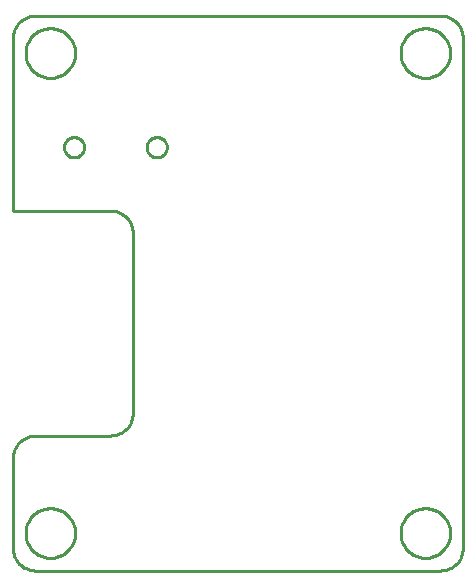
<source format=gbr>
G04 EAGLE Gerber RS-274X export*
G75*
%MOMM*%
%FSLAX34Y34*%
%LPD*%
%IN*%
%IPPOS*%
%AMOC8*
5,1,8,0,0,1.08239X$1,22.5*%
G01*
%ADD10C,0.254000*%


D10*
X0Y19050D02*
X73Y17390D01*
X289Y15742D01*
X649Y14120D01*
X1149Y12535D01*
X1785Y10999D01*
X2552Y9525D01*
X3445Y8123D01*
X4457Y6805D01*
X5580Y5580D01*
X6805Y4457D01*
X8123Y3445D01*
X9525Y2552D01*
X10999Y1785D01*
X12535Y1149D01*
X14120Y649D01*
X15742Y289D01*
X17390Y73D01*
X19050Y0D01*
X361950Y0D01*
X363610Y73D01*
X365258Y289D01*
X366881Y649D01*
X368465Y1149D01*
X370001Y1785D01*
X371475Y2552D01*
X372877Y3445D01*
X374195Y4457D01*
X375420Y5580D01*
X376543Y6805D01*
X377555Y8123D01*
X378448Y9525D01*
X379215Y10999D01*
X379851Y12535D01*
X380351Y14120D01*
X380711Y15742D01*
X380928Y17390D01*
X381000Y19050D01*
X381000Y450850D01*
X380928Y452510D01*
X380711Y454158D01*
X380351Y455781D01*
X379851Y457365D01*
X379215Y458901D01*
X378448Y460375D01*
X377555Y461777D01*
X376543Y463095D01*
X375420Y464320D01*
X374195Y465443D01*
X372877Y466455D01*
X371475Y467348D01*
X370001Y468115D01*
X368465Y468751D01*
X366881Y469251D01*
X365258Y469611D01*
X363610Y469828D01*
X361950Y469900D01*
X19050Y469900D01*
X17390Y469828D01*
X15742Y469611D01*
X14120Y469251D01*
X12535Y468751D01*
X10999Y468115D01*
X9525Y467348D01*
X8123Y466455D01*
X6805Y465443D01*
X5580Y464320D01*
X4457Y463095D01*
X3445Y461777D01*
X2552Y460375D01*
X1785Y458901D01*
X1149Y457365D01*
X649Y455781D01*
X289Y454158D01*
X73Y452510D01*
X0Y450850D01*
X0Y304800D01*
X82550Y304800D01*
X84210Y304728D01*
X85858Y304511D01*
X87481Y304151D01*
X89065Y303651D01*
X90601Y303015D01*
X92075Y302248D01*
X93477Y301355D01*
X94795Y300343D01*
X96020Y299220D01*
X97143Y297995D01*
X98155Y296677D01*
X99048Y295275D01*
X99815Y293801D01*
X100451Y292265D01*
X100951Y290681D01*
X101311Y289058D01*
X101528Y287410D01*
X101600Y285750D01*
X101600Y133350D01*
X101528Y131690D01*
X101311Y130042D01*
X100951Y128420D01*
X100451Y126835D01*
X99815Y125299D01*
X99048Y123825D01*
X98155Y122423D01*
X97143Y121105D01*
X96020Y119880D01*
X94795Y118757D01*
X93477Y117745D01*
X92075Y116852D01*
X90601Y116085D01*
X89065Y115449D01*
X87481Y114949D01*
X85858Y114589D01*
X84210Y114373D01*
X82550Y114300D01*
X19050Y114300D01*
X17390Y114228D01*
X15742Y114011D01*
X14120Y113651D01*
X12535Y113151D01*
X10999Y112515D01*
X9525Y111748D01*
X8123Y110855D01*
X6805Y109843D01*
X5580Y108720D01*
X4457Y107495D01*
X3445Y106177D01*
X2552Y104775D01*
X1785Y103301D01*
X1149Y101765D01*
X649Y100181D01*
X289Y98558D01*
X73Y96910D01*
X0Y95250D01*
X0Y19050D01*
X52705Y437517D02*
X52629Y436253D01*
X52476Y434996D01*
X52248Y433750D01*
X51945Y432520D01*
X51568Y431311D01*
X51119Y430127D01*
X50599Y428972D01*
X50010Y427851D01*
X49355Y426767D01*
X48636Y425725D01*
X47855Y424728D01*
X47015Y423780D01*
X46120Y422885D01*
X45172Y422045D01*
X44175Y421264D01*
X43133Y420545D01*
X42049Y419890D01*
X40928Y419301D01*
X39773Y418781D01*
X38589Y418332D01*
X37380Y417955D01*
X36150Y417652D01*
X34904Y417424D01*
X33647Y417271D01*
X32383Y417195D01*
X31117Y417195D01*
X29853Y417271D01*
X28596Y417424D01*
X27350Y417652D01*
X26120Y417955D01*
X24911Y418332D01*
X23727Y418781D01*
X22572Y419301D01*
X21451Y419890D01*
X20367Y420545D01*
X19325Y421264D01*
X18328Y422045D01*
X17380Y422885D01*
X16485Y423780D01*
X15645Y424728D01*
X14864Y425725D01*
X14145Y426767D01*
X13490Y427851D01*
X12901Y428972D01*
X12381Y430127D01*
X11932Y431311D01*
X11555Y432520D01*
X11252Y433750D01*
X11024Y434996D01*
X10871Y436253D01*
X10795Y437517D01*
X10795Y438783D01*
X10871Y440047D01*
X11024Y441304D01*
X11252Y442550D01*
X11555Y443780D01*
X11932Y444989D01*
X12381Y446173D01*
X12901Y447328D01*
X13490Y448449D01*
X14145Y449533D01*
X14864Y450575D01*
X15645Y451572D01*
X16485Y452520D01*
X17380Y453415D01*
X18328Y454255D01*
X19325Y455036D01*
X20367Y455755D01*
X21451Y456410D01*
X22572Y456999D01*
X23727Y457519D01*
X24911Y457968D01*
X26120Y458345D01*
X27350Y458648D01*
X28596Y458876D01*
X29853Y459029D01*
X31117Y459105D01*
X32383Y459105D01*
X33647Y459029D01*
X34904Y458876D01*
X36150Y458648D01*
X37380Y458345D01*
X38589Y457968D01*
X39773Y457519D01*
X40928Y456999D01*
X42049Y456410D01*
X43133Y455755D01*
X44175Y455036D01*
X45172Y454255D01*
X46120Y453415D01*
X47015Y452520D01*
X47855Y451572D01*
X48636Y450575D01*
X49355Y449533D01*
X50010Y448449D01*
X50599Y447328D01*
X51119Y446173D01*
X51568Y444989D01*
X51945Y443780D01*
X52248Y442550D01*
X52476Y441304D01*
X52629Y440047D01*
X52705Y438783D01*
X52705Y437517D01*
X370205Y437517D02*
X370129Y436253D01*
X369976Y434996D01*
X369748Y433750D01*
X369445Y432520D01*
X369068Y431311D01*
X368619Y430127D01*
X368099Y428972D01*
X367510Y427851D01*
X366855Y426767D01*
X366136Y425725D01*
X365355Y424728D01*
X364515Y423780D01*
X363620Y422885D01*
X362672Y422045D01*
X361675Y421264D01*
X360633Y420545D01*
X359549Y419890D01*
X358428Y419301D01*
X357273Y418781D01*
X356089Y418332D01*
X354880Y417955D01*
X353650Y417652D01*
X352404Y417424D01*
X351147Y417271D01*
X349883Y417195D01*
X348617Y417195D01*
X347353Y417271D01*
X346096Y417424D01*
X344850Y417652D01*
X343620Y417955D01*
X342411Y418332D01*
X341227Y418781D01*
X340072Y419301D01*
X338951Y419890D01*
X337867Y420545D01*
X336825Y421264D01*
X335828Y422045D01*
X334880Y422885D01*
X333985Y423780D01*
X333145Y424728D01*
X332364Y425725D01*
X331645Y426767D01*
X330990Y427851D01*
X330401Y428972D01*
X329881Y430127D01*
X329432Y431311D01*
X329055Y432520D01*
X328752Y433750D01*
X328524Y434996D01*
X328371Y436253D01*
X328295Y437517D01*
X328295Y438783D01*
X328371Y440047D01*
X328524Y441304D01*
X328752Y442550D01*
X329055Y443780D01*
X329432Y444989D01*
X329881Y446173D01*
X330401Y447328D01*
X330990Y448449D01*
X331645Y449533D01*
X332364Y450575D01*
X333145Y451572D01*
X333985Y452520D01*
X334880Y453415D01*
X335828Y454255D01*
X336825Y455036D01*
X337867Y455755D01*
X338951Y456410D01*
X340072Y456999D01*
X341227Y457519D01*
X342411Y457968D01*
X343620Y458345D01*
X344850Y458648D01*
X346096Y458876D01*
X347353Y459029D01*
X348617Y459105D01*
X349883Y459105D01*
X351147Y459029D01*
X352404Y458876D01*
X353650Y458648D01*
X354880Y458345D01*
X356089Y457968D01*
X357273Y457519D01*
X358428Y456999D01*
X359549Y456410D01*
X360633Y455755D01*
X361675Y455036D01*
X362672Y454255D01*
X363620Y453415D01*
X364515Y452520D01*
X365355Y451572D01*
X366136Y450575D01*
X366855Y449533D01*
X367510Y448449D01*
X368099Y447328D01*
X368619Y446173D01*
X369068Y444989D01*
X369445Y443780D01*
X369748Y442550D01*
X369976Y441304D01*
X370129Y440047D01*
X370205Y438783D01*
X370205Y437517D01*
X52705Y31117D02*
X52629Y29853D01*
X52476Y28596D01*
X52248Y27350D01*
X51945Y26120D01*
X51568Y24911D01*
X51119Y23727D01*
X50599Y22572D01*
X50010Y21451D01*
X49355Y20367D01*
X48636Y19325D01*
X47855Y18328D01*
X47015Y17380D01*
X46120Y16485D01*
X45172Y15645D01*
X44175Y14864D01*
X43133Y14145D01*
X42049Y13490D01*
X40928Y12901D01*
X39773Y12381D01*
X38589Y11932D01*
X37380Y11555D01*
X36150Y11252D01*
X34904Y11024D01*
X33647Y10871D01*
X32383Y10795D01*
X31117Y10795D01*
X29853Y10871D01*
X28596Y11024D01*
X27350Y11252D01*
X26120Y11555D01*
X24911Y11932D01*
X23727Y12381D01*
X22572Y12901D01*
X21451Y13490D01*
X20367Y14145D01*
X19325Y14864D01*
X18328Y15645D01*
X17380Y16485D01*
X16485Y17380D01*
X15645Y18328D01*
X14864Y19325D01*
X14145Y20367D01*
X13490Y21451D01*
X12901Y22572D01*
X12381Y23727D01*
X11932Y24911D01*
X11555Y26120D01*
X11252Y27350D01*
X11024Y28596D01*
X10871Y29853D01*
X10795Y31117D01*
X10795Y32383D01*
X10871Y33647D01*
X11024Y34904D01*
X11252Y36150D01*
X11555Y37380D01*
X11932Y38589D01*
X12381Y39773D01*
X12901Y40928D01*
X13490Y42049D01*
X14145Y43133D01*
X14864Y44175D01*
X15645Y45172D01*
X16485Y46120D01*
X17380Y47015D01*
X18328Y47855D01*
X19325Y48636D01*
X20367Y49355D01*
X21451Y50010D01*
X22572Y50599D01*
X23727Y51119D01*
X24911Y51568D01*
X26120Y51945D01*
X27350Y52248D01*
X28596Y52476D01*
X29853Y52629D01*
X31117Y52705D01*
X32383Y52705D01*
X33647Y52629D01*
X34904Y52476D01*
X36150Y52248D01*
X37380Y51945D01*
X38589Y51568D01*
X39773Y51119D01*
X40928Y50599D01*
X42049Y50010D01*
X43133Y49355D01*
X44175Y48636D01*
X45172Y47855D01*
X46120Y47015D01*
X47015Y46120D01*
X47855Y45172D01*
X48636Y44175D01*
X49355Y43133D01*
X50010Y42049D01*
X50599Y40928D01*
X51119Y39773D01*
X51568Y38589D01*
X51945Y37380D01*
X52248Y36150D01*
X52476Y34904D01*
X52629Y33647D01*
X52705Y32383D01*
X52705Y31117D01*
X370205Y31117D02*
X370129Y29853D01*
X369976Y28596D01*
X369748Y27350D01*
X369445Y26120D01*
X369068Y24911D01*
X368619Y23727D01*
X368099Y22572D01*
X367510Y21451D01*
X366855Y20367D01*
X366136Y19325D01*
X365355Y18328D01*
X364515Y17380D01*
X363620Y16485D01*
X362672Y15645D01*
X361675Y14864D01*
X360633Y14145D01*
X359549Y13490D01*
X358428Y12901D01*
X357273Y12381D01*
X356089Y11932D01*
X354880Y11555D01*
X353650Y11252D01*
X352404Y11024D01*
X351147Y10871D01*
X349883Y10795D01*
X348617Y10795D01*
X347353Y10871D01*
X346096Y11024D01*
X344850Y11252D01*
X343620Y11555D01*
X342411Y11932D01*
X341227Y12381D01*
X340072Y12901D01*
X338951Y13490D01*
X337867Y14145D01*
X336825Y14864D01*
X335828Y15645D01*
X334880Y16485D01*
X333985Y17380D01*
X333145Y18328D01*
X332364Y19325D01*
X331645Y20367D01*
X330990Y21451D01*
X330401Y22572D01*
X329881Y23727D01*
X329432Y24911D01*
X329055Y26120D01*
X328752Y27350D01*
X328524Y28596D01*
X328371Y29853D01*
X328295Y31117D01*
X328295Y32383D01*
X328371Y33647D01*
X328524Y34904D01*
X328752Y36150D01*
X329055Y37380D01*
X329432Y38589D01*
X329881Y39773D01*
X330401Y40928D01*
X330990Y42049D01*
X331645Y43133D01*
X332364Y44175D01*
X333145Y45172D01*
X333985Y46120D01*
X334880Y47015D01*
X335828Y47855D01*
X336825Y48636D01*
X337867Y49355D01*
X338951Y50010D01*
X340072Y50599D01*
X341227Y51119D01*
X342411Y51568D01*
X343620Y51945D01*
X344850Y52248D01*
X346096Y52476D01*
X347353Y52629D01*
X348617Y52705D01*
X349883Y52705D01*
X351147Y52629D01*
X352404Y52476D01*
X353650Y52248D01*
X354880Y51945D01*
X356089Y51568D01*
X357273Y51119D01*
X358428Y50599D01*
X359549Y50010D01*
X360633Y49355D01*
X361675Y48636D01*
X362672Y47855D01*
X363620Y47015D01*
X364515Y46120D01*
X365355Y45172D01*
X366136Y44175D01*
X366855Y43133D01*
X367510Y42049D01*
X368099Y40928D01*
X368619Y39773D01*
X369068Y38589D01*
X369445Y37380D01*
X369748Y36150D01*
X369976Y34904D01*
X370129Y33647D01*
X370205Y32383D01*
X370205Y31117D01*
X60328Y358023D02*
X60263Y357283D01*
X60134Y356553D01*
X59942Y355836D01*
X59688Y355138D01*
X59375Y354465D01*
X59004Y353823D01*
X58578Y353215D01*
X58101Y352646D01*
X57576Y352121D01*
X57007Y351644D01*
X56399Y351218D01*
X55757Y350847D01*
X55084Y350534D01*
X54386Y350280D01*
X53670Y350088D01*
X52939Y349959D01*
X52199Y349894D01*
X51457Y349894D01*
X50717Y349959D01*
X49987Y350088D01*
X49270Y350280D01*
X48572Y350534D01*
X47899Y350847D01*
X47257Y351218D01*
X46649Y351644D01*
X46080Y352121D01*
X45555Y352646D01*
X45078Y353215D01*
X44652Y353823D01*
X44281Y354465D01*
X43968Y355138D01*
X43714Y355836D01*
X43522Y356553D01*
X43393Y357283D01*
X43328Y358023D01*
X43328Y358765D01*
X43393Y359505D01*
X43522Y360236D01*
X43714Y360952D01*
X43968Y361650D01*
X44281Y362323D01*
X44652Y362965D01*
X45078Y363573D01*
X45555Y364142D01*
X46080Y364667D01*
X46649Y365144D01*
X47257Y365570D01*
X47899Y365941D01*
X48572Y366254D01*
X49270Y366508D01*
X49987Y366700D01*
X50717Y366829D01*
X51457Y366894D01*
X52199Y366894D01*
X52939Y366829D01*
X53670Y366700D01*
X54386Y366508D01*
X55084Y366254D01*
X55757Y365941D01*
X56399Y365570D01*
X57007Y365144D01*
X57576Y364667D01*
X58101Y364142D01*
X58578Y363573D01*
X59004Y362965D01*
X59375Y362323D01*
X59688Y361650D01*
X59942Y360952D01*
X60134Y360236D01*
X60263Y359505D01*
X60328Y358765D01*
X60328Y358023D01*
X130328Y358023D02*
X130263Y357283D01*
X130134Y356553D01*
X129942Y355836D01*
X129688Y355138D01*
X129375Y354465D01*
X129004Y353823D01*
X128578Y353215D01*
X128101Y352646D01*
X127576Y352121D01*
X127007Y351644D01*
X126399Y351218D01*
X125757Y350847D01*
X125084Y350534D01*
X124386Y350280D01*
X123670Y350088D01*
X122939Y349959D01*
X122199Y349894D01*
X121457Y349894D01*
X120717Y349959D01*
X119987Y350088D01*
X119270Y350280D01*
X118572Y350534D01*
X117899Y350847D01*
X117257Y351218D01*
X116649Y351644D01*
X116080Y352121D01*
X115555Y352646D01*
X115078Y353215D01*
X114652Y353823D01*
X114281Y354465D01*
X113968Y355138D01*
X113714Y355836D01*
X113522Y356553D01*
X113393Y357283D01*
X113328Y358023D01*
X113328Y358765D01*
X113393Y359505D01*
X113522Y360236D01*
X113714Y360952D01*
X113968Y361650D01*
X114281Y362323D01*
X114652Y362965D01*
X115078Y363573D01*
X115555Y364142D01*
X116080Y364667D01*
X116649Y365144D01*
X117257Y365570D01*
X117899Y365941D01*
X118572Y366254D01*
X119270Y366508D01*
X119987Y366700D01*
X120717Y366829D01*
X121457Y366894D01*
X122199Y366894D01*
X122939Y366829D01*
X123670Y366700D01*
X124386Y366508D01*
X125084Y366254D01*
X125757Y365941D01*
X126399Y365570D01*
X127007Y365144D01*
X127576Y364667D01*
X128101Y364142D01*
X128578Y363573D01*
X129004Y362965D01*
X129375Y362323D01*
X129688Y361650D01*
X129942Y360952D01*
X130134Y360236D01*
X130263Y359505D01*
X130328Y358765D01*
X130328Y358023D01*
M02*

</source>
